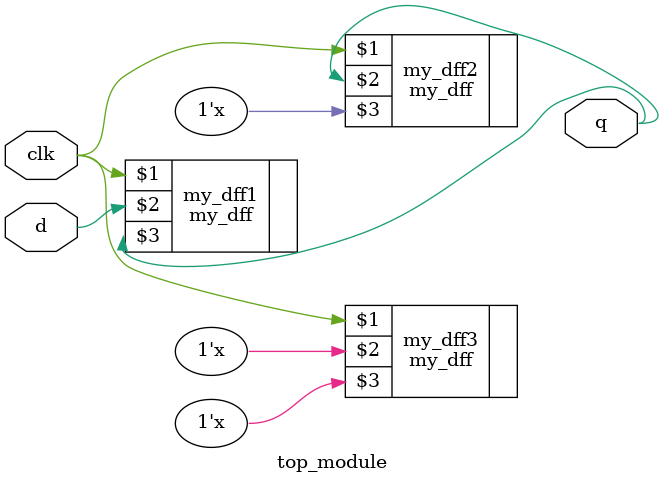
<source format=v>
module top_module ( input clk, input d, output q );

  my_dff my_dff1 ( clk, d, q[0] );
  my_dff my_dff2 ( clk, q[0], q[1] );
  my_dff my_dff3 ( clk, q[1], q[2] );

endmodule
</source>
